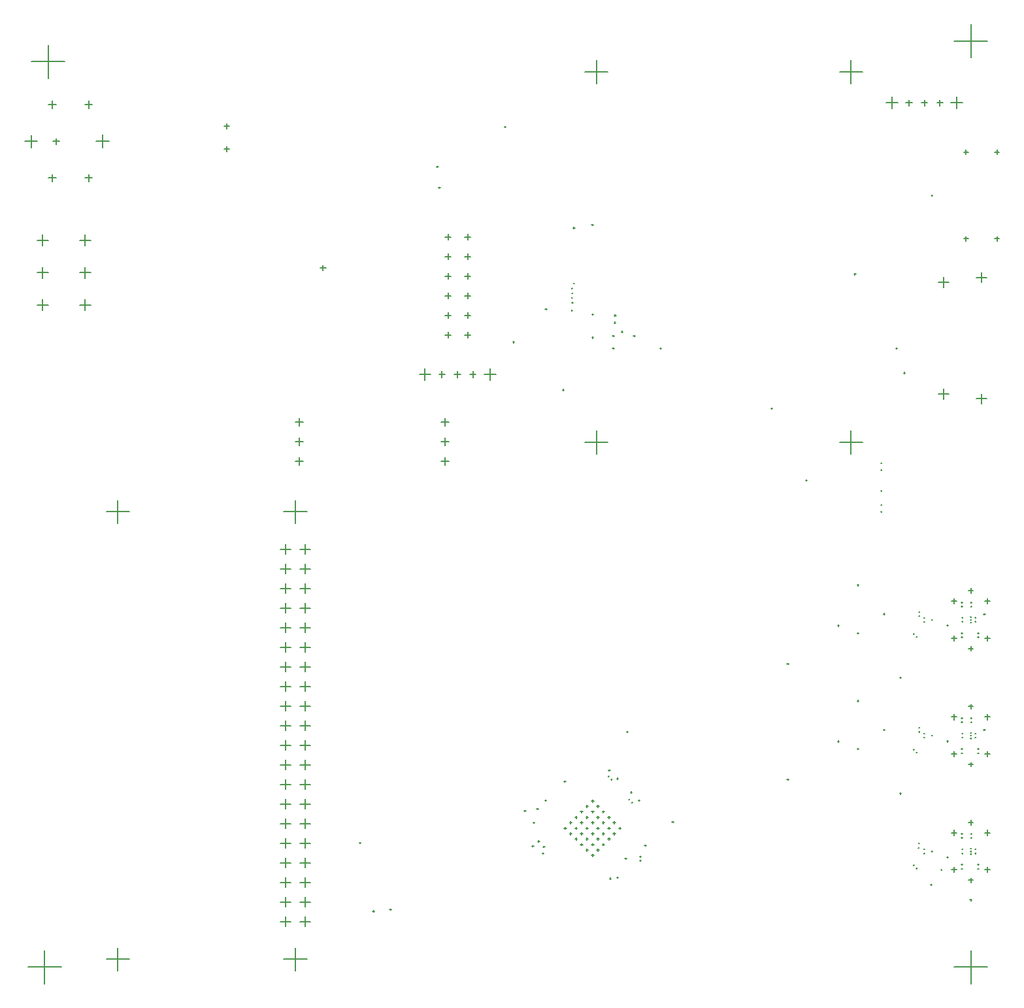
<source format=gbr>
%TF.GenerationSoftware,Altium Limited,Altium Designer,22.1.2 (22)*%
G04 Layer_Color=128*
%FSLAX26Y26*%
%MOIN*%
%TF.SameCoordinates,4DF63D30-2817-4CE9-9CB3-8786E99D956B*%
%TF.FilePolarity,Positive*%
%TF.FileFunction,Drillmap*%
%TF.Part,Single*%
G01*
G75*
%TA.AperFunction,NonConductor*%
%ADD194C,0.005000*%
D194*
X5870079Y5339370D02*
X5893701D01*
X5881890Y5327559D02*
Y5351181D01*
X5870079Y4896850D02*
X5893701D01*
X5881890Y4885039D02*
Y4908661D01*
X6027559Y5339370D02*
X6051181D01*
X6039370Y5327559D02*
Y5351181D01*
X6027559Y4896850D02*
X6051181D01*
X6039370Y4885039D02*
Y4908661D01*
X5892520Y3100394D02*
X5918504D01*
X5905512Y3087402D02*
Y3113386D01*
X5894095Y2805118D02*
X5916929D01*
X5905512Y2793701D02*
Y2816535D01*
X5807087Y2858268D02*
X5834646D01*
X5820866Y2844488D02*
Y2872047D01*
X5807087Y3047244D02*
X5834646D01*
X5820866Y3033465D02*
Y3061024D01*
X5976378Y3047244D02*
X6003937D01*
X5990158Y3033465D02*
Y3061024D01*
X5976378Y2858268D02*
X6003937D01*
X5990158Y2844488D02*
Y2872047D01*
X1359252Y4889764D02*
X1416339D01*
X1387795Y4861220D02*
Y4918307D01*
X1359252Y4724409D02*
X1416339D01*
X1387795Y4695866D02*
Y4752953D01*
X1359252Y4559055D02*
X1416339D01*
X1387795Y4530512D02*
Y4587598D01*
X1142717Y4889764D02*
X1199803D01*
X1171260Y4861220D02*
Y4918307D01*
X1142717Y4724409D02*
X1199803D01*
X1171260Y4695866D02*
Y4752953D01*
X1142717Y4559055D02*
X1199803D01*
X1171260Y4530512D02*
Y4587598D01*
X2385276Y3312205D02*
X2436457D01*
X2410866Y3286614D02*
Y3337795D01*
X2485276Y3312205D02*
X2536457D01*
X2510866Y3286614D02*
Y3337795D01*
X2385276Y3212205D02*
X2436457D01*
X2410866Y3186614D02*
Y3237795D01*
X2485276Y3212205D02*
X2536457D01*
X2510866Y3186614D02*
Y3237795D01*
X2385276Y3112205D02*
X2436457D01*
X2410866Y3086614D02*
Y3137795D01*
X2485276Y3112205D02*
X2536457D01*
X2510866Y3086614D02*
Y3137795D01*
X2385276Y3012205D02*
X2436457D01*
X2410866Y2986614D02*
Y3037795D01*
X2485276Y3012205D02*
X2536457D01*
X2510866Y2986614D02*
Y3037795D01*
X2385276Y2912205D02*
X2436457D01*
X2410866Y2886614D02*
Y2937795D01*
X2485276Y2912205D02*
X2536457D01*
X2510866Y2886614D02*
Y2937795D01*
X2385276Y2812205D02*
X2436457D01*
X2410866Y2786614D02*
Y2837795D01*
X2485276Y2812205D02*
X2536457D01*
X2510866Y2786614D02*
Y2837795D01*
X2385276Y2712205D02*
X2436457D01*
X2410866Y2686614D02*
Y2737795D01*
X2485276Y2712205D02*
X2536457D01*
X2510866Y2686614D02*
Y2737795D01*
X2385276Y2612205D02*
X2436457D01*
X2410866Y2586614D02*
Y2637795D01*
X2485276Y2612205D02*
X2536457D01*
X2510866Y2586614D02*
Y2637795D01*
X2385276Y2512205D02*
X2436457D01*
X2410866Y2486614D02*
Y2537795D01*
X2485276Y2512205D02*
X2536457D01*
X2510866Y2486614D02*
Y2537795D01*
X2385276Y2412205D02*
X2436457D01*
X2410866Y2386614D02*
Y2437795D01*
X2485276Y2412205D02*
X2536457D01*
X2510866Y2386614D02*
Y2437795D01*
X2385276Y2312205D02*
X2436457D01*
X2410866Y2286614D02*
Y2337795D01*
X2485276Y2312205D02*
X2536457D01*
X2510866Y2286614D02*
Y2337795D01*
X2385276Y2212205D02*
X2436457D01*
X2410866Y2186614D02*
Y2237795D01*
X2485276Y2212205D02*
X2536457D01*
X2510866Y2186614D02*
Y2237795D01*
X2385276Y2112205D02*
X2436457D01*
X2410866Y2086614D02*
Y2137795D01*
X2485276Y2112205D02*
X2536457D01*
X2510866Y2086614D02*
Y2137795D01*
X2385276Y2012205D02*
X2436457D01*
X2410866Y1986614D02*
Y2037795D01*
X2485276Y2012205D02*
X2536457D01*
X2510866Y1986614D02*
Y2037795D01*
X2385276Y1912205D02*
X2436457D01*
X2410866Y1886614D02*
Y1937795D01*
X2485276Y1912205D02*
X2536457D01*
X2510866Y1886614D02*
Y1937795D01*
X2385276Y1812205D02*
X2436457D01*
X2410866Y1786614D02*
Y1837795D01*
X2485276Y1812205D02*
X2536457D01*
X2510866Y1786614D02*
Y1837795D01*
X2385276Y1712205D02*
X2436457D01*
X2410866Y1686614D02*
Y1737795D01*
X2485276Y1712205D02*
X2536457D01*
X2510866Y1686614D02*
Y1737795D01*
X2385276Y1612205D02*
X2436457D01*
X2410866Y1586614D02*
Y1637795D01*
X2485276Y1612205D02*
X2536457D01*
X2510866Y1586614D02*
Y1637795D01*
X2385276Y1512205D02*
X2436457D01*
X2410866Y1486614D02*
Y1537795D01*
X2485276Y1512205D02*
X2536457D01*
X2510866Y1486614D02*
Y1537795D01*
X2385276Y1412205D02*
X2436457D01*
X2410866Y1386614D02*
Y1437795D01*
X2485276Y1412205D02*
X2536457D01*
X2510866Y1386614D02*
Y1437795D01*
X1385827Y5206693D02*
X1425197D01*
X1405512Y5187008D02*
Y5226378D01*
X1385827Y5580709D02*
X1425197D01*
X1405512Y5561024D02*
Y5600394D01*
X1442913Y5393701D02*
X1509842D01*
X1476378Y5360236D02*
Y5427165D01*
X1224409Y5393701D02*
X1255906D01*
X1240158Y5377953D02*
Y5409449D01*
X1080709Y5393701D02*
X1143701D01*
X1112205Y5362205D02*
Y5425197D01*
X1200787Y5580709D02*
X1240157D01*
X1220472Y5561024D02*
Y5600394D01*
X1200787Y5206693D02*
X1240157D01*
X1220472Y5187008D02*
Y5226378D01*
X5805118Y5590551D02*
X5864173D01*
X5834646Y5561024D02*
Y5620079D01*
X5474409Y5590551D02*
X5533465D01*
X5503937Y5561024D02*
Y5620079D01*
X5574803Y5590551D02*
X5606299D01*
X5590551Y5574803D02*
Y5606299D01*
X5653543Y5590551D02*
X5685039D01*
X5669291Y5574803D02*
Y5606299D01*
X5732283Y5590551D02*
X5763779D01*
X5748032Y5574803D02*
Y5606299D01*
X3204724Y3962205D02*
X3244094D01*
X3224409Y3942520D02*
Y3981890D01*
X3204724Y3862205D02*
X3244094D01*
X3224409Y3842520D02*
Y3881890D01*
X3204724Y3762205D02*
X3244094D01*
X3224409Y3742520D02*
Y3781890D01*
X5820866Y5905512D02*
X5990157D01*
X5905512Y5820866D02*
Y5990157D01*
X5742126Y4675197D02*
X5793307D01*
X5767717Y4649606D02*
Y4700787D01*
X5935039Y4698819D02*
X5986221D01*
X5960630Y4673228D02*
Y4724409D01*
X5742126Y4104331D02*
X5793307D01*
X5767717Y4078740D02*
Y4129921D01*
X5935039Y4080709D02*
X5986221D01*
X5960630Y4055118D02*
Y4106299D01*
X2401575Y3503937D02*
X2519685D01*
X2460630Y3444882D02*
Y3562992D01*
X3224961Y4406299D02*
X3254961D01*
X3239961Y4391299D02*
Y4421299D01*
X3324961Y4406299D02*
X3354961D01*
X3339961Y4391299D02*
Y4421299D01*
X5892520Y1919291D02*
X5918504D01*
X5905512Y1906299D02*
Y1932283D01*
X5894095Y1624016D02*
X5916929D01*
X5905512Y1612598D02*
Y1635433D01*
X5807087Y1677165D02*
X5834646D01*
X5820866Y1663386D02*
Y1690945D01*
X5807087Y1866142D02*
X5834646D01*
X5820866Y1852362D02*
Y1879921D01*
X5976378Y1866142D02*
X6003937D01*
X5990158Y1852362D02*
Y1879921D01*
X5976378Y1677165D02*
X6003937D01*
X5990158Y1663386D02*
Y1690945D01*
X5892520Y2509843D02*
X5918504D01*
X5905512Y2496850D02*
Y2522835D01*
X5894095Y2214567D02*
X5916929D01*
X5905512Y2203150D02*
Y2225984D01*
X5807087Y2267716D02*
X5834646D01*
X5820866Y2253937D02*
Y2281496D01*
X5807087Y2456693D02*
X5834646D01*
X5820866Y2442913D02*
Y2470472D01*
X5976378Y2456693D02*
X6003937D01*
X5990158Y2442913D02*
Y2470472D01*
X5976378Y2267716D02*
X6003937D01*
X5990158Y2253937D02*
Y2281496D01*
X3224961Y4806299D02*
X3254961D01*
X3239961Y4791299D02*
Y4821299D01*
X3324961Y4806299D02*
X3354961D01*
X3339961Y4791299D02*
Y4821299D01*
X3324961Y4906299D02*
X3354961D01*
X3339961Y4891299D02*
Y4921299D01*
X3224961Y4906299D02*
X3254961D01*
X3239961Y4891299D02*
Y4921299D01*
X3224961Y4706299D02*
X3254961D01*
X3239961Y4691299D02*
Y4721299D01*
X3324961Y4706299D02*
X3354961D01*
X3339961Y4691299D02*
Y4721299D01*
X3224961Y4606299D02*
X3254961D01*
X3239961Y4591299D02*
Y4621299D01*
X3324961Y4606299D02*
X3354961D01*
X3339961Y4591299D02*
Y4621299D01*
X3224961Y4506299D02*
X3254961D01*
X3239961Y4491299D02*
Y4521299D01*
X3324961Y4506299D02*
X3354961D01*
X3339961Y4491299D02*
Y4521299D01*
X3092520Y4204724D02*
X3151575D01*
X3122047Y4175197D02*
Y4234252D01*
X3423228Y4204724D02*
X3482283D01*
X3452756Y4175197D02*
Y4234252D01*
X3350394Y4204724D02*
X3381890D01*
X3366142Y4188976D02*
Y4220472D01*
X3271654Y4204724D02*
X3303150D01*
X3287402Y4188976D02*
Y4220472D01*
X3192913Y4204724D02*
X3224409D01*
X3208661Y4188976D02*
Y4220472D01*
X1096457Y1181102D02*
X1265748D01*
X1181102Y1096457D02*
Y1265748D01*
X1115354Y5800000D02*
X1284646D01*
X1200000Y5715354D02*
Y5884646D01*
X5820866Y1181102D02*
X5990157D01*
X5905512Y1096457D02*
Y1265748D01*
X2460630Y3962205D02*
X2500000D01*
X2480315Y3942520D02*
Y3981890D01*
X2460630Y3862205D02*
X2500000D01*
X2480315Y3842520D02*
Y3881890D01*
X2460630Y3762205D02*
X2500000D01*
X2480315Y3742520D02*
Y3781890D01*
X3937008Y3858268D02*
X4055118D01*
X3996063Y3799213D02*
Y3917323D01*
X5236221Y3858268D02*
X5354331D01*
X5295276Y3799213D02*
Y3917323D01*
X3937008Y5748032D02*
X4055118D01*
X3996063Y5688976D02*
Y5807087D01*
X5236221Y5748032D02*
X5354331D01*
X5295276Y5688976D02*
Y5807087D01*
X1496063Y3503937D02*
X1614173D01*
X1555118Y3444882D02*
Y3562992D01*
X2401575Y1220472D02*
X2519685D01*
X2460630Y1161417D02*
Y1279527D01*
X1496063Y1220472D02*
X1614173D01*
X1555118Y1161417D02*
Y1279527D01*
X5858268Y2884252D02*
X5862205D01*
X5860236Y2882284D02*
Y2886220D01*
X5858268Y2863583D02*
X5862205D01*
X5860236Y2861614D02*
Y2865551D01*
X3970472Y1861925D02*
X3982284D01*
X3976378Y1856020D02*
Y1867831D01*
X3942634Y1834086D02*
X3954445D01*
X3948539Y1828181D02*
Y1839992D01*
X3914795Y1806247D02*
X3926606D01*
X3920700Y1800342D02*
Y1812153D01*
X3942634Y1889764D02*
X3954445D01*
X3948539Y1883858D02*
Y1895669D01*
X3914795Y1861925D02*
X3926606D01*
X3920700Y1856019D02*
Y1867830D01*
X3886956Y1834086D02*
X3898767D01*
X3892861Y1828181D02*
Y1839992D01*
X3914795Y1917603D02*
X3926606D01*
X3920700Y1911697D02*
Y1923508D01*
X3886956Y1889764D02*
X3898767D01*
X3892861Y1883858D02*
Y1895669D01*
X3859117Y1861925D02*
X3870928D01*
X3865023Y1856019D02*
Y1867830D01*
X3886956Y1945441D02*
X3898767D01*
X3892861Y1939536D02*
Y1951347D01*
X3859117Y1917603D02*
X3870928D01*
X3865023Y1911697D02*
Y1923508D01*
X3831278Y1889764D02*
X3843089D01*
X3837184Y1883858D02*
Y1895669D01*
X3998311Y1834086D02*
X4010122D01*
X4004217Y1828181D02*
Y1839992D01*
X3970472Y1806247D02*
X3982284D01*
X3976378Y1800342D02*
Y1812153D01*
X3942634Y1778408D02*
X3954445D01*
X3948539Y1772503D02*
Y1784314D01*
X3970472Y1750570D02*
X3982284D01*
X3976378Y1744664D02*
Y1756475D01*
X3998311Y1778408D02*
X4010122D01*
X4004217Y1772503D02*
Y1784314D01*
X4026150Y1806247D02*
X4037961D01*
X4032056Y1800342D02*
Y1812153D01*
X3970472Y1917603D02*
X3982284D01*
X3976378Y1911697D02*
Y1923508D01*
X3998311Y1945441D02*
X4010122D01*
X4004217Y1939536D02*
Y1951347D01*
X4026150Y1973280D02*
X4037961D01*
X4032056Y1967375D02*
Y1979186D01*
X3998311Y1889764D02*
X4010122D01*
X4004217Y1883858D02*
Y1895669D01*
X4026150Y1917603D02*
X4037961D01*
X4032056Y1911697D02*
Y1923508D01*
X4053989Y1945441D02*
X4065800D01*
X4059894Y1939536D02*
Y1951347D01*
X4026150Y1861925D02*
X4037961D01*
X4032056Y1856019D02*
Y1867830D01*
X4053989Y1889764D02*
X4065800D01*
X4059894Y1883858D02*
Y1895669D01*
X4081828Y1917603D02*
X4093639D01*
X4087733Y1911697D02*
Y1923508D01*
X4053989Y1834086D02*
X4065800D01*
X4059894Y1828181D02*
Y1839992D01*
X4081828Y1861925D02*
X4093639D01*
X4087733Y1856019D02*
Y1867830D01*
X4109667Y1889764D02*
X4121478D01*
X4115572Y1883858D02*
Y1895669D01*
X3942634Y1945441D02*
X3954445D01*
X3948539Y1939536D02*
Y1951347D01*
X3970472Y1973280D02*
X3982284D01*
X3976378Y1967375D02*
Y1979186D01*
X3998311Y2001119D02*
X4010122D01*
X4004217Y1995214D02*
Y2007025D01*
X3970472Y2028958D02*
X3982284D01*
X3976378Y2023053D02*
Y2034864D01*
X3942634Y2001119D02*
X3954445D01*
X3948539Y1995214D02*
Y2007025D01*
X3914795Y1973280D02*
X3926606D01*
X3920700Y1967375D02*
Y1979186D01*
X4160970Y2035992D02*
X4164907D01*
X4162939Y2034023D02*
Y2037960D01*
X4176252Y2020850D02*
X4180189D01*
X4178220Y2018881D02*
Y2022818D01*
X3870032Y4596000D02*
X3873968D01*
X3872000Y4594032D02*
Y4597968D01*
X3871032Y4619000D02*
X3874968D01*
X3873000Y4617032D02*
Y4620968D01*
X5941590Y1703937D02*
X5945527D01*
X5943558Y1701968D02*
Y1705906D01*
X5941590Y1682205D02*
X5945527D01*
X5943558Y1680236D02*
Y1684173D01*
X5858268Y2293898D02*
X5862205D01*
X5860236Y2291929D02*
Y2295866D01*
X5858268Y2272441D02*
X5862205D01*
X5860236Y2270472D02*
Y2274409D01*
X5906362Y3020866D02*
X5910299D01*
X5908331Y3018898D02*
Y3022835D01*
X5906362Y3041732D02*
X5910299D01*
X5908331Y3039764D02*
Y3043701D01*
X5906362Y2430709D02*
X5910299D01*
X5908331Y2428740D02*
Y2432677D01*
X5906362Y2451575D02*
X5910299D01*
X5908331Y2449606D02*
Y2453543D01*
X5906362Y1860827D02*
X5910299D01*
X5908331Y1858858D02*
Y1862795D01*
X5906362Y1839961D02*
X5910299D01*
X5908331Y1837992D02*
Y1841929D01*
X5858268Y1682205D02*
X5862205D01*
X5860236Y1680236D02*
Y1684173D01*
X5858268Y1703937D02*
X5862205D01*
X5860236Y1701968D02*
Y1705906D01*
X5861032Y1761024D02*
X5864968D01*
X5863000Y1759055D02*
Y1762992D01*
X5861032Y1782614D02*
X5864968D01*
X5863000Y1780646D02*
Y1784583D01*
X5928032Y1761614D02*
X5931968D01*
X5930000Y1759646D02*
Y1763583D01*
X5928032Y1782480D02*
X5931968D01*
X5930000Y1780512D02*
Y1784449D01*
X5861032Y2352165D02*
X5864968D01*
X5863000Y2350197D02*
Y2354134D01*
X5861032Y2373032D02*
X5864968D01*
X5863000Y2371063D02*
Y2375000D01*
X5928032Y2352165D02*
X5931968D01*
X5930000Y2350197D02*
Y2354134D01*
X5928032Y2373032D02*
X5931968D01*
X5930000Y2371063D02*
Y2375000D01*
X5928032Y2964488D02*
X5931968D01*
X5930000Y2962520D02*
Y2966457D01*
X5928032Y2943780D02*
X5931968D01*
X5930000Y2941811D02*
Y2945748D01*
X5861032Y2964488D02*
X5864968D01*
X5863000Y2962520D02*
Y2966457D01*
X5861032Y2943780D02*
X5864968D01*
X5863000Y2941811D02*
Y2945748D01*
X5564063Y4213000D02*
X5571937D01*
X5568000Y4209063D02*
Y4216937D01*
X3191063Y5158000D02*
X3198937D01*
X3195000Y5154063D02*
Y5161937D01*
X3869908Y4644486D02*
X3873845D01*
X3871877Y4642517D02*
Y4646454D01*
X3871679Y4569883D02*
X3875616D01*
X3873648Y4567915D02*
Y4571852D01*
X3869490Y4531705D02*
X3873427D01*
X3871458Y4529736D02*
Y4533673D01*
X2855063Y1466000D02*
X2862937D01*
X2859000Y1462063D02*
Y1469937D01*
X2786063Y1815000D02*
X2793937D01*
X2790000Y1811063D02*
Y1818937D01*
X2942063Y1474000D02*
X2949937D01*
X2946000Y1470063D02*
Y1477937D01*
X5640235Y2381299D02*
X5644172D01*
X5642204Y2379331D02*
Y2383268D01*
X5640235Y2402165D02*
X5644172D01*
X5642204Y2400197D02*
Y2404134D01*
X5627362Y1684646D02*
X5631299D01*
X5629331Y1682677D02*
Y1686614D01*
X5612756Y1699803D02*
X5616693D01*
X5614724Y1697835D02*
Y1701772D01*
X5627283Y2275276D02*
X5631221D01*
X5629252Y2273307D02*
Y2277244D01*
X5612835Y2290276D02*
X5616772D01*
X5614803Y2288307D02*
Y2292244D01*
X5666709Y1760630D02*
X5670646D01*
X5668678Y1758661D02*
Y1762598D01*
X5666709Y1782677D02*
X5670646D01*
X5668678Y1780709D02*
Y1784646D01*
X5666709Y2351968D02*
X5670646D01*
X5668678Y2350000D02*
Y2353937D01*
X5666709Y2372835D02*
X5670646D01*
X5668678Y2370866D02*
Y2374803D01*
X5858268Y1839961D02*
X5862205D01*
X5860236Y1837992D02*
Y1841929D01*
X5858268Y1860827D02*
X5862205D01*
X5860236Y1858858D02*
Y1862795D01*
X5858268Y2430709D02*
X5862205D01*
X5860236Y2428740D02*
Y2432677D01*
X5858268Y2451575D02*
X5862205D01*
X5860236Y2449606D02*
Y2453543D01*
X5941590Y2293898D02*
X5945527D01*
X5943558Y2291929D02*
Y2295866D01*
X5941590Y2272441D02*
X5945527D01*
X5943558Y2270472D02*
Y2274409D01*
X5638032Y1789764D02*
X5641968D01*
X5640000Y1787795D02*
Y1791732D01*
X5639018Y1812205D02*
X5642955D01*
X5640986Y1810236D02*
Y1814173D01*
X4218504Y1744685D02*
X4222441D01*
X4220472Y1742716D02*
Y1746653D01*
X4218504Y1724016D02*
X4222441D01*
X4220472Y1722047D02*
Y1725984D01*
X5666709Y2962795D02*
X5670646D01*
X5668678Y2960827D02*
Y2964764D01*
X5666709Y2941929D02*
X5670646D01*
X5668678Y2939961D02*
Y2943898D01*
X4070354Y2138307D02*
X4074291D01*
X4072323Y2136339D02*
Y2140276D01*
X4056811Y2154016D02*
X4060748D01*
X4058780Y2152047D02*
Y2155984D01*
X5941590Y2863583D02*
X5945527D01*
X5943558Y2861614D02*
Y2865551D01*
X5941590Y2884252D02*
X5945527D01*
X5943558Y2882284D02*
Y2886220D01*
X5858268Y3041732D02*
X5862205D01*
X5860236Y3039764D02*
Y3043701D01*
X5858268Y3020866D02*
X5862205D01*
X5860236Y3018898D02*
Y3022835D01*
X5612756Y2880905D02*
X5616693D01*
X5614724Y2878937D02*
Y2882874D01*
X5627362Y2865748D02*
X5631299D01*
X5629331Y2863780D02*
Y2867716D01*
X5640235Y2993110D02*
X5644172D01*
X5642204Y2991142D02*
Y2995079D01*
X5640235Y2972244D02*
X5644172D01*
X5642204Y2970276D02*
Y2974213D01*
X3668063Y1798000D02*
X3675937D01*
X3672000Y1794063D02*
Y1801937D01*
X2588000Y4749000D02*
X2616000D01*
X2602000Y4735000D02*
Y4763000D01*
X4242063Y1801000D02*
X4249937D01*
X4246000Y1797063D02*
Y1804937D01*
X5227063Y2923551D02*
X5234937D01*
X5231000Y2919614D02*
Y2927488D01*
X5227063Y2333000D02*
X5234937D01*
X5231000Y2329063D02*
Y2336937D01*
X3527559Y5468504D02*
X3535433D01*
X3531496Y5464567D02*
Y5472441D01*
X3181102Y5263779D02*
X3188976D01*
X3185039Y5259842D02*
Y5267717D01*
X3697835Y1822835D02*
X3705709D01*
X3701772Y1818898D02*
Y1826772D01*
X5311024Y4716535D02*
X5318898D01*
X5314961Y4712598D02*
Y4720472D01*
X5523622Y4338583D02*
X5531496D01*
X5527559Y4334646D02*
Y4342520D01*
X5901575Y1523622D02*
X5909449D01*
X5905512Y1519685D02*
Y1527559D01*
X5700787Y1602362D02*
X5708661D01*
X5704724Y1598425D02*
Y1606299D01*
X5753937Y1677165D02*
X5757874D01*
X5755905Y1675197D02*
Y1679134D01*
X5785433Y1740158D02*
X5789370D01*
X5787402Y1738189D02*
Y1742126D01*
X5062992Y3665354D02*
X5070866D01*
X5066929Y3661417D02*
Y3669291D01*
X4885827Y4031496D02*
X4893701D01*
X4889764Y4027559D02*
Y4035433D01*
X3879921Y4669291D02*
X3883858D01*
X3881890Y4667323D02*
Y4671260D01*
X5446850Y3751968D02*
X5450787D01*
X5448819Y3750000D02*
Y3753937D01*
X5446850Y3716535D02*
X5450787D01*
X5448819Y3714567D02*
Y3718504D01*
X5446850Y3610236D02*
X5450787D01*
X5448819Y3608268D02*
Y3612205D01*
X5446850Y3539370D02*
X5450787D01*
X5448819Y3537402D02*
Y3541339D01*
X5446850Y3503937D02*
X5450787D01*
X5448819Y3501968D02*
Y3505905D01*
X5706693Y1771653D02*
X5710630D01*
X5708661Y1769685D02*
Y1773622D01*
X5706693Y2952756D02*
X5710630D01*
X5708661Y2950787D02*
Y2954724D01*
X5706693Y2362205D02*
X5710630D01*
X5708661Y2360236D02*
Y2364173D01*
X5706693Y5118110D02*
X5710630D01*
X5708661Y5116142D02*
Y5120079D01*
X3877953Y4952756D02*
X3885827D01*
X3881890Y4948819D02*
Y4956693D01*
X3735236Y4537402D02*
X3743110D01*
X3739173Y4533465D02*
Y4541339D01*
X3570866Y4370079D02*
X3578740D01*
X3574803Y4366142D02*
Y4374016D01*
X4123197Y4423000D02*
X4131071D01*
X4127134Y4419063D02*
Y4426937D01*
X3822835Y4125984D02*
X3830709D01*
X3826772Y4122047D02*
Y4129921D01*
X3972441Y4393701D02*
X3980315D01*
X3976378Y4389764D02*
Y4397638D01*
X4381890Y1921260D02*
X4389764D01*
X4385827Y1917323D02*
Y1925197D01*
X5326772Y2295276D02*
X5334646D01*
X5330709Y2291339D02*
Y2299213D01*
X5326772Y2885827D02*
X5334646D01*
X5330709Y2881890D02*
Y2889764D01*
X5326772Y3129921D02*
X5334646D01*
X5330709Y3125984D02*
Y3133858D01*
X5326772Y2539370D02*
X5334646D01*
X5330709Y2535433D02*
Y2543307D01*
X5543307Y2066929D02*
X5551181D01*
X5547244Y2062992D02*
Y2070866D01*
X4968504Y2137795D02*
X4976378D01*
X4972441Y2133858D02*
Y2141732D01*
X4968504Y2728347D02*
X4976378D01*
X4972441Y2724410D02*
Y2732284D01*
X5543307Y2657480D02*
X5551181D01*
X5547244Y2653543D02*
Y2661417D01*
X4078740Y4338583D02*
X4086614D01*
X4082677Y4334646D02*
Y4342520D01*
X4318898Y4338583D02*
X4326772D01*
X4322835Y4334646D02*
Y4342520D01*
X4078740Y4401575D02*
X4086614D01*
X4082677Y4397638D02*
Y4405512D01*
X4185039Y4401575D02*
X4192913D01*
X4188976Y4397638D02*
Y4405512D01*
X2096236Y5472441D02*
X2124236D01*
X2110236Y5458441D02*
Y5486441D01*
X2096236Y5354331D02*
X2124236D01*
X2110236Y5340331D02*
Y5368331D01*
X4149606Y2381890D02*
X4157480D01*
X4153543Y2377953D02*
Y2385827D01*
X3627953Y1978347D02*
X3635827D01*
X3631890Y1974409D02*
Y1982284D01*
X3673228Y1917323D02*
X3681102D01*
X3677165Y1913386D02*
Y1921260D01*
X3724410Y1795276D02*
X3732284D01*
X3728347Y1791339D02*
Y1799213D01*
X3720141Y1762205D02*
X3728015D01*
X3724078Y1758268D02*
Y1766142D01*
X4062992Y1632953D02*
X4070866D01*
X4066929Y1629016D02*
Y1636890D01*
X4142063Y1734000D02*
X4149937D01*
X4146000Y1730063D02*
Y1737937D01*
X3830963Y2128144D02*
X3838837D01*
X3834900Y2124207D02*
Y2132081D01*
X3733527Y2030708D02*
X3741401D01*
X3737464Y2026771D02*
Y2034645D01*
X3691769Y1988950D02*
X3699643D01*
X3695706Y1985013D02*
Y1992887D01*
X4099999Y1637464D02*
X4107873D01*
X4103936Y1633527D02*
Y1641401D01*
X4210821Y2031242D02*
X4218695D01*
X4214758Y2027305D02*
Y2035179D01*
X4057708Y2184355D02*
X4065582D01*
X4061645Y2180418D02*
Y2188292D01*
X4099466Y2142597D02*
X4107340D01*
X4103403Y2138660D02*
Y2146534D01*
X4169063Y2073000D02*
X4176937D01*
X4173000Y2069063D02*
Y2076937D01*
X5784063Y2924102D02*
X5791937D01*
X5788000Y2920165D02*
Y2928039D01*
X5971063Y2982102D02*
X5978937D01*
X5975000Y2978165D02*
Y2986039D01*
X5460063Y2982551D02*
X5467937D01*
X5464000Y2978614D02*
Y2986488D01*
X5460063Y2392000D02*
X5467937D01*
X5464000Y2388063D02*
Y2395937D01*
X5903543Y1771653D02*
X5907480D01*
X5905512Y1769685D02*
Y1773622D01*
X5903543Y1757874D02*
X5907480D01*
X5905512Y1755906D02*
Y1759842D01*
X5903543Y1785433D02*
X5907480D01*
X5905512Y1783465D02*
Y1787402D01*
X5903543Y2952756D02*
X5907480D01*
X5905512Y2950787D02*
Y2954724D01*
X5903543Y2938976D02*
X5907480D01*
X5905512Y2937008D02*
Y2940945D01*
X5903543Y2966535D02*
X5907480D01*
X5905512Y2964567D02*
Y2968504D01*
X5903543Y2375984D02*
X5907480D01*
X5905512Y2374016D02*
Y2377953D01*
X5903543Y2348425D02*
X5907480D01*
X5905512Y2346457D02*
Y2350394D01*
X5903543Y2362205D02*
X5907480D01*
X5905512Y2360236D02*
Y2364173D01*
X4088119Y4506229D02*
X4095993D01*
X4092056Y4502292D02*
Y4510166D01*
X4087476Y4469413D02*
X4095350D01*
X4091413Y4465476D02*
Y4473350D01*
X3973063Y4512000D02*
X3980937D01*
X3977000Y4508063D02*
Y4515937D01*
X3972063Y4968000D02*
X3979937D01*
X3976000Y4964063D02*
Y4971937D01*
X5971063Y2391551D02*
X5978937D01*
X5975000Y2387614D02*
Y2395488D01*
X5784063Y2333551D02*
X5791937D01*
X5788000Y2329614D02*
Y2337488D01*
%TF.MD5,4fda022c06c1fce5a481febc7ed43e30*%
M02*

</source>
